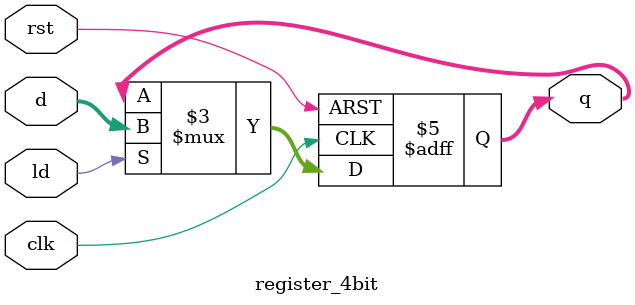
<source format=v>
module register_4bit(

    input [3:0]d,
    input clk,
    input ld,
    input rst,
    output reg [3:0]q
    );
    always @ (posedge(clk), posedge(rst))
    begin
    if (rst)
        q <= 4'b0000;
    else if (ld)
        q = d;
    end
    
endmodule
</source>
